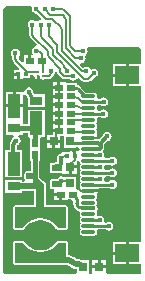
<source format=gbl>
G04*
G04 #@! TF.GenerationSoftware,Altium Limited,Altium Designer,21.6.1 (37)*
G04*
G04 Layer_Physical_Order=2*
G04 Layer_Color=16711680*
%FSLAX24Y24*%
%MOIN*%
G70*
G04*
G04 #@! TF.SameCoordinates,37154726-0036-40AC-91F7-CF04DCFBAF74*
G04*
G04*
G04 #@! TF.FilePolarity,Positive*
G04*
G01*
G75*
%ADD10C,0.0118*%
%ADD11C,0.0197*%
%ADD12C,0.0098*%
%ADD13C,0.0079*%
%ADD14C,0.0138*%
%ADD15C,0.0138*%
%ADD16R,0.0300X0.0300*%
%ADD17R,0.0250X0.0200*%
%ADD18R,0.0433X0.0315*%
%ADD19R,0.0433X0.0787*%
G04:AMPARAMS|DCode=20|XSize=21.7mil|YSize=35.4mil|CornerRadius=2.7mil|HoleSize=0mil|Usage=FLASHONLY|Rotation=90.000|XOffset=0mil|YOffset=0mil|HoleType=Round|Shape=RoundedRectangle|*
%AMROUNDEDRECTD20*
21,1,0.0217,0.0300,0,0,90.0*
21,1,0.0162,0.0354,0,0,90.0*
1,1,0.0054,0.0150,0.0081*
1,1,0.0054,0.0150,-0.0081*
1,1,0.0054,-0.0150,-0.0081*
1,1,0.0054,-0.0150,0.0081*
%
%ADD20ROUNDEDRECTD20*%
%ADD21R,0.0300X0.0300*%
%ADD22R,0.0157X0.0138*%
%ADD23R,0.0200X0.0250*%
%ADD24C,0.0091*%
G04:AMPARAMS|DCode=25|XSize=11.8mil|YSize=45.3mil|CornerRadius=3mil|HoleSize=0mil|Usage=FLASHONLY|Rotation=90.000|XOffset=0mil|YOffset=0mil|HoleType=Round|Shape=RoundedRectangle|*
%AMROUNDEDRECTD25*
21,1,0.0118,0.0394,0,0,90.0*
21,1,0.0059,0.0453,0,0,90.0*
1,1,0.0059,0.0197,0.0030*
1,1,0.0059,0.0197,-0.0030*
1,1,0.0059,-0.0197,-0.0030*
1,1,0.0059,-0.0197,0.0030*
%
%ADD25ROUNDEDRECTD25*%
G04:AMPARAMS|DCode=26|XSize=11.8mil|YSize=49.2mil|CornerRadius=3mil|HoleSize=0mil|Usage=FLASHONLY|Rotation=90.000|XOffset=0mil|YOffset=0mil|HoleType=Round|Shape=RoundedRectangle|*
%AMROUNDEDRECTD26*
21,1,0.0118,0.0433,0,0,90.0*
21,1,0.0059,0.0492,0,0,90.0*
1,1,0.0059,0.0217,0.0030*
1,1,0.0059,0.0217,-0.0030*
1,1,0.0059,-0.0217,-0.0030*
1,1,0.0059,-0.0217,0.0030*
%
%ADD26ROUNDEDRECTD26*%
%ADD27R,0.0787X0.0591*%
%ADD28R,0.0197X0.0197*%
%ADD29C,0.0157*%
%ADD30C,0.0049*%
%ADD31C,0.0177*%
%ADD32C,0.0276*%
%ADD33C,0.0177*%
G36*
X1116Y8640D02*
X1155Y8577D01*
X1149Y8543D01*
X1160Y8486D01*
X1193Y8437D01*
X1242Y8404D01*
X1299Y8393D01*
X1306Y8394D01*
X1459Y8242D01*
X1445Y8203D01*
X1431Y8181D01*
X1379Y8171D01*
X1340Y8144D01*
X1309Y8138D01*
X1289D01*
X1259Y8144D01*
X1219Y8171D01*
X1161Y8182D01*
X1104Y8171D01*
X1055Y8138D01*
X1022Y8089D01*
X1011Y8031D01*
X1022Y7974D01*
X1055Y7925D01*
X1064Y7919D01*
Y7686D01*
X1064Y7685D01*
X1063Y7685D01*
X1077Y7618D01*
X1116Y7559D01*
X1117Y7560D01*
X1311Y7366D01*
X1297Y7327D01*
X1283Y7305D01*
X1232Y7295D01*
X1183Y7262D01*
X1150Y7213D01*
X1139Y7156D01*
X1150Y7098D01*
X1174Y7063D01*
X1158Y7015D01*
X1146Y7000D01*
X1131D01*
Y6821D01*
X1031D01*
Y7000D01*
X877D01*
Y6798D01*
X819Y6774D01*
X703Y6890D01*
X701Y6895D01*
Y6976D01*
X707Y6980D01*
X739Y7029D01*
X751Y7087D01*
X739Y7144D01*
X707Y7193D01*
X658Y7226D01*
X600Y7237D01*
X543Y7226D01*
X494Y7193D01*
X461Y7144D01*
X450Y7087D01*
X461Y7029D01*
X494Y6980D01*
X500Y6976D01*
Y6883D01*
X498D01*
X512Y6814D01*
X551Y6755D01*
X553Y6756D01*
X725Y6584D01*
X701Y6526D01*
X541D01*
Y6428D01*
X699D01*
Y6378D01*
X749D01*
Y6230D01*
X856D01*
Y6250D01*
X1083D01*
Y6356D01*
X1177D01*
X1230Y6299D01*
X1240Y6251D01*
X1267Y6210D01*
X1307Y6183D01*
Y6299D01*
X1407D01*
Y6183D01*
X1446Y6210D01*
X1450Y6216D01*
X1473Y6201D01*
X1514Y6193D01*
X1544Y6199D01*
X1670D01*
Y6197D01*
X1739Y6211D01*
X1798Y6250D01*
X1798Y6250D01*
X1814Y6267D01*
X1830Y6283D01*
X1830Y6283D01*
X1870Y6341D01*
X1876Y6372D01*
X1888Y6380D01*
X1921Y6429D01*
X1924Y6444D01*
X1988D01*
X1998Y6391D01*
X2038Y6332D01*
X2038Y6332D01*
X2040Y6332D01*
X2111Y6261D01*
X2111Y6261D01*
X2110Y6260D01*
X2168Y6221D01*
X2237Y6207D01*
Y6209D01*
X2409D01*
X2413Y6203D01*
X2462Y6170D01*
X2520Y6159D01*
X2577Y6170D01*
X2626Y6203D01*
X2640Y6223D01*
X2715Y6237D01*
X2770Y6182D01*
X2769Y6181D01*
X2828Y6142D01*
X2897Y6128D01*
Y6130D01*
X3031D01*
X3070Y6138D01*
X3102Y6159D01*
X3201Y6258D01*
X3209Y6257D01*
X3266Y6268D01*
X3315Y6301D01*
X3348Y6350D01*
X3359Y6407D01*
X3348Y6465D01*
X3315Y6514D01*
X3266Y6547D01*
X3209Y6558D01*
X3151Y6547D01*
X3111Y6520D01*
X3102Y6524D01*
X3069Y6573D01*
X3020Y6606D01*
X2963Y6617D01*
X2905Y6606D01*
X2865Y6579D01*
X2784Y6659D01*
X2784Y6659D01*
X2752Y6692D01*
X2783Y6750D01*
X2785Y6749D01*
X2843Y6761D01*
X2892Y6793D01*
X2925Y6842D01*
X2936Y6900D01*
X2925Y6957D01*
X2943Y7017D01*
X2961Y7029D01*
X2993Y7078D01*
X3005Y7136D01*
X2993Y7193D01*
X2983Y7209D01*
X3017Y7272D01*
X4719D01*
X4755Y7257D01*
X4782Y7230D01*
X4797Y7194D01*
Y6774D01*
X4793Y6713D01*
X4734Y6713D01*
X4371D01*
Y6339D01*
Y5965D01*
X4734D01*
X4793Y5965D01*
X4797Y5903D01*
Y849D01*
X4793Y787D01*
X4734Y787D01*
X4371D01*
Y413D01*
Y39D01*
X4734D01*
X4793Y39D01*
X4797Y-22D01*
Y-220D01*
X4782Y-256D01*
X4755Y-283D01*
X4726Y-295D01*
X4717Y-294D01*
X4711Y-295D01*
X4705Y-293D01*
X3677D01*
X3624Y-268D01*
X3624Y-230D01*
Y-89D01*
X3396D01*
X3167D01*
Y-230D01*
X3167Y-268D01*
X3114Y-293D01*
X3098D01*
X3055Y-248D01*
X3055Y-230D01*
Y170D01*
X2850D01*
X2806Y188D01*
X2714Y200D01*
X2714Y200D01*
X2694D01*
X2635Y210D01*
X2635Y210D01*
X2561Y267D01*
X2539Y276D01*
X2535Y279D01*
X2525Y285D01*
X2484Y305D01*
X2446Y326D01*
X2443Y327D01*
X2438Y330D01*
X2427Y332D01*
X2411Y335D01*
X2385Y342D01*
X2338Y383D01*
Y761D01*
X2319Y806D01*
X2274Y825D01*
X2023Y825D01*
X2018Y823D01*
X2013Y824D01*
X2004Y819D01*
X1994Y818D01*
X1987Y810D01*
X1978Y806D01*
X1976Y801D01*
X1971Y799D01*
X1939Y755D01*
X1866Y677D01*
X1783Y614D01*
X1690Y564D01*
X1590Y530D01*
X1487Y513D01*
X1381Y513D01*
X1278Y530D01*
X1178Y564D01*
X1085Y614D01*
X1002Y677D01*
X929Y755D01*
X897Y799D01*
X893Y801D01*
X891Y806D01*
X872Y814D01*
X855Y824D01*
X850Y823D01*
X845Y825D01*
X591Y825D01*
X545Y806D01*
X527Y761D01*
Y73D01*
X545Y28D01*
X591Y9D01*
X2274D01*
X2303Y21D01*
X2334D01*
X2341Y18D01*
X2344Y16D01*
X2354Y9D01*
X2355Y9D01*
X2395Y-11D01*
X2396Y-11D01*
X2408Y-17D01*
X2409Y-18D01*
X2482Y-73D01*
X2568Y-109D01*
X2637Y-118D01*
Y-230D01*
X2637Y-248D01*
X2593Y-293D01*
X276D01*
X241Y-279D01*
X213Y-252D01*
X199Y-216D01*
Y-197D01*
Y8543D01*
Y8562D01*
X213Y8598D01*
X241Y8625D01*
X276Y8640D01*
X295D01*
X1116D01*
D02*
G37*
G36*
X845Y761D02*
X879Y714D01*
X959Y630D01*
X1050Y560D01*
X1153Y505D01*
X1262Y468D01*
X1376Y449D01*
X1492Y449D01*
X1606Y468D01*
X1716Y505D01*
X1818Y560D01*
X1909Y630D01*
X1989Y714D01*
X2023Y761D01*
X2023Y761D01*
X2274Y761D01*
Y73D01*
X591D01*
Y761D01*
X845Y761D01*
D02*
G37*
%LPC*%
G36*
X4271Y6713D02*
X3848D01*
Y6389D01*
X4271D01*
Y6713D01*
D02*
G37*
G36*
X649Y6328D02*
X541D01*
Y6230D01*
X649D01*
Y6328D01*
D02*
G37*
G36*
X1997Y6104D02*
X1843D01*
Y5975D01*
X1997D01*
Y6104D01*
D02*
G37*
G36*
X4271Y6289D02*
X3848D01*
Y5965D01*
X4271D01*
Y6289D01*
D02*
G37*
G36*
X515Y5792D02*
X270D01*
Y5369D01*
X515D01*
Y5792D01*
D02*
G37*
G36*
X2251Y6104D02*
Y6104D01*
X2097D01*
Y5925D01*
X2047D01*
Y5875D01*
X1843D01*
Y5746D01*
Y5688D01*
X2047D01*
Y5588D01*
X1843D01*
Y5459D01*
Y5400D01*
X2047D01*
Y5300D01*
X1843D01*
Y5172D01*
Y5113D01*
X2047D01*
Y5013D01*
X1843D01*
Y4884D01*
Y4826D01*
X2047D01*
Y4726D01*
X1843D01*
Y4597D01*
Y4538D01*
X2047D01*
Y4438D01*
X1843D01*
Y4363D01*
X1641D01*
Y4184D01*
X2099D01*
Y4309D01*
X2202D01*
X2211Y4309D01*
X2211Y4296D01*
Y3925D01*
X2629D01*
Y3955D01*
X2696D01*
X2744Y3898D01*
Y3865D01*
X2734Y3834D01*
X2686Y3809D01*
X2619D01*
Y3661D01*
X2519D01*
Y3809D01*
X2411D01*
Y3789D01*
X2185D01*
Y3789D01*
X2132Y3737D01*
X2074Y3726D01*
X2025Y3693D01*
X1993Y3645D01*
X1981Y3587D01*
X1993Y3529D01*
X1996Y3525D01*
Y3513D01*
X1978Y3457D01*
X1959D01*
X1909Y3447D01*
X1878Y3427D01*
X1828D01*
X1795Y3420D01*
X1766Y3401D01*
X1747Y3373D01*
X1740Y3339D01*
Y3177D01*
X1747Y3143D01*
X1766Y3115D01*
X1795Y3096D01*
X1828Y3089D01*
X2128D01*
X2130Y3089D01*
X2193Y3057D01*
Y3057D01*
X2371D01*
Y3286D01*
X2421D01*
Y3336D01*
X2650D01*
Y3466D01*
X2671Y3480D01*
X2738Y3460D01*
X2744Y3454D01*
Y3445D01*
X2751Y3410D01*
X2771Y3381D01*
Y3371D01*
X2751Y3342D01*
X2744Y3307D01*
Y3248D01*
X2751Y3213D01*
X2771Y3184D01*
Y3174D01*
X2751Y3145D01*
X2744Y3110D01*
Y3051D01*
X2751Y3017D01*
X2771Y2987D01*
Y2977D01*
X2751Y2948D01*
X2744Y2913D01*
Y2854D01*
X2751Y2820D01*
X2771Y2790D01*
Y2780D01*
X2751Y2751D01*
X2744Y2717D01*
Y2657D01*
X2751Y2623D01*
X2759Y2611D01*
X2757Y2598D01*
X2733Y2562D01*
X2688Y2523D01*
X2630Y2537D01*
X2630Y2586D01*
Y2945D01*
X2212D01*
X2212Y2945D01*
X2184Y2957D01*
X2173Y2964D01*
X2115Y2975D01*
X2058Y2964D01*
X2009Y2931D01*
X1976Y2882D01*
X1975Y2876D01*
X1828D01*
X1795Y2869D01*
X1766Y2850D01*
X1747Y2822D01*
X1740Y2788D01*
Y2625D01*
X1747Y2592D01*
X1766Y2563D01*
X1795Y2544D01*
X1828Y2538D01*
X1897D01*
Y2414D01*
X2101D01*
Y2364D01*
X2151D01*
Y2185D01*
X2304D01*
X2359Y2205D01*
X2464D01*
X2527Y2142D01*
Y2131D01*
X2527Y2068D01*
X2527Y2067D01*
X2537Y1995D01*
X2564Y1928D01*
X2609Y1870D01*
X2666Y1826D01*
X2704Y1810D01*
X2736Y1781D01*
X2745Y1733D01*
X2744Y1732D01*
Y1673D01*
X2751Y1639D01*
X2771Y1609D01*
Y1599D01*
X2751Y1570D01*
X2744Y1535D01*
Y1476D01*
X2751Y1442D01*
X2771Y1413D01*
Y1402D01*
X2751Y1373D01*
X2744Y1339D01*
Y1280D01*
X2751Y1245D01*
X2771Y1216D01*
Y1206D01*
X2751Y1176D01*
X2744Y1142D01*
Y1083D01*
X2751Y1048D01*
X2771Y1019D01*
X2800Y999D01*
X2835Y992D01*
X3228D01*
X3263Y999D01*
X3292Y1019D01*
X3312Y1048D01*
X3319Y1083D01*
Y1142D01*
X3367Y1199D01*
X3610D01*
X3653Y1170D01*
X3711Y1159D01*
X3768Y1170D01*
X3817Y1203D01*
X3850Y1251D01*
X3861Y1309D01*
X3850Y1367D01*
X3817Y1415D01*
X3768Y1448D01*
X3711Y1460D01*
X3653Y1448D01*
X3610Y1419D01*
X3595D01*
X3551Y1482D01*
X3556Y1506D01*
X3545Y1564D01*
X3512Y1612D01*
X3463Y1645D01*
X3406Y1656D01*
X3378Y1651D01*
X3364Y1656D01*
X3322Y1693D01*
X3319Y1699D01*
Y1732D01*
X3312Y1767D01*
X3294Y1794D01*
X3312Y1806D01*
X3331Y1836D01*
X3338Y1870D01*
Y1929D01*
X3331Y1964D01*
X3312Y1993D01*
X3294Y2005D01*
X3312Y2032D01*
X3319Y2067D01*
Y2126D01*
X3312Y2161D01*
X3292Y2190D01*
Y2200D01*
X3312Y2229D01*
X3319Y2264D01*
Y2323D01*
X3312Y2357D01*
X3304Y2369D01*
X3306Y2383D01*
X3330Y2418D01*
X3335Y2440D01*
X3031D01*
Y2540D01*
X3357D01*
X3391Y2577D01*
X3743D01*
X3771Y2558D01*
X3829Y2546D01*
X3886Y2558D01*
X3935Y2590D01*
X3968Y2639D01*
X3979Y2697D01*
X3968Y2754D01*
X3935Y2803D01*
X3886Y2836D01*
X3829Y2847D01*
X3771Y2836D01*
X3722Y2803D01*
X3718Y2797D01*
X3605D01*
X3561Y2860D01*
X3566Y2884D01*
X3561Y2907D01*
X3605Y2970D01*
X3743D01*
X3771Y2951D01*
X3829Y2940D01*
X3886Y2951D01*
X3935Y2984D01*
X3968Y3033D01*
X3979Y3091D01*
X3968Y3148D01*
X3935Y3197D01*
X3886Y3230D01*
X3829Y3241D01*
X3771Y3230D01*
X3722Y3197D01*
X3718Y3191D01*
X3605D01*
X3561Y3254D01*
X3566Y3278D01*
X3561Y3301D01*
X3605Y3364D01*
X3728D01*
X3771Y3335D01*
X3829Y3324D01*
X3886Y3335D01*
X3935Y3368D01*
X3968Y3417D01*
X3979Y3474D01*
X3968Y3532D01*
X3935Y3581D01*
X3886Y3613D01*
X3829Y3625D01*
X3771Y3613D01*
X3728Y3585D01*
X3595D01*
X3551Y3648D01*
X3556Y3671D01*
X3545Y3729D01*
X3519Y3768D01*
X3526Y3828D01*
X3552Y3867D01*
X3562Y3914D01*
Y4041D01*
X3676Y4156D01*
X3709Y4162D01*
X3758Y4195D01*
X3791Y4244D01*
X3802Y4301D01*
X3791Y4359D01*
X3758Y4408D01*
X3709Y4440D01*
X3652Y4452D01*
X3594Y4440D01*
X3545Y4408D01*
X3512Y4359D01*
X3506Y4326D01*
X3400Y4220D01*
X3376Y4225D01*
X3339Y4248D01*
Y4291D01*
X3330Y4334D01*
X3306Y4369D01*
X3304Y4383D01*
X3312Y4395D01*
X3319Y4429D01*
Y4488D01*
X3312Y4523D01*
X3292Y4552D01*
Y4562D01*
X3312Y4591D01*
X3319Y4626D01*
Y4685D01*
X3312Y4720D01*
X3292Y4749D01*
Y4759D01*
X3312Y4788D01*
X3319Y4823D01*
Y4882D01*
X3367Y4939D01*
X3433D01*
X3476Y4910D01*
X3533Y4899D01*
X3591Y4910D01*
X3640Y4943D01*
X3673Y4992D01*
X3684Y5049D01*
X3673Y5107D01*
X3640Y5156D01*
X3591Y5188D01*
X3533Y5200D01*
X3476Y5188D01*
X3433Y5160D01*
X3367D01*
X3319Y5217D01*
Y5276D01*
X3367Y5333D01*
X3452D01*
X3482Y5312D01*
X3540Y5301D01*
X3598Y5312D01*
X3646Y5345D01*
X3679Y5394D01*
X3690Y5451D01*
X3679Y5509D01*
X3646Y5558D01*
X3598Y5590D01*
X3540Y5602D01*
X3482Y5590D01*
X3433Y5558D01*
X3431Y5553D01*
X3367D01*
X3319Y5610D01*
Y5669D01*
X3312Y5704D01*
X3292Y5733D01*
X3263Y5753D01*
X3228Y5760D01*
X2959D01*
X2799Y5920D01*
X2757Y5965D01*
X2756Y5966D01*
X2688Y6012D01*
X2635Y6022D01*
Y6084D01*
X2306D01*
X2251Y6104D01*
X2251Y6104D01*
D02*
G37*
G36*
X1043Y5938D02*
X986Y5926D01*
X937Y5894D01*
X904Y5845D01*
X903Y5837D01*
X861Y5792D01*
X833Y5792D01*
X615D01*
Y5369D01*
X861D01*
Y5682D01*
X924Y5701D01*
X937Y5681D01*
X952Y5671D01*
X995Y5631D01*
X1012Y5586D01*
X1022Y5570D01*
Y5276D01*
X1573D01*
Y5709D01*
X1230D01*
X1189Y5766D01*
X1194Y5787D01*
X1182Y5845D01*
X1150Y5894D01*
X1101Y5926D01*
X1043Y5938D01*
D02*
G37*
G36*
X2099Y4084D02*
X1920D01*
Y3905D01*
X2099D01*
Y4084D01*
D02*
G37*
G36*
X1820D02*
X1641D01*
Y3905D01*
X1820D01*
Y4084D01*
D02*
G37*
G36*
X2650Y3236D02*
X2471D01*
Y3057D01*
X2650D01*
Y3236D01*
D02*
G37*
G36*
X861Y5269D02*
X565D01*
X270D01*
Y4847D01*
X280D01*
X290Y4788D01*
X290Y4784D01*
Y4355D01*
X527D01*
X546Y4292D01*
X514Y4270D01*
X481Y4221D01*
X478Y4205D01*
X437Y4152D01*
X410Y4087D01*
X402Y4021D01*
X401Y4018D01*
Y3839D01*
X266D01*
Y2933D01*
X817D01*
Y3839D01*
X662D01*
Y4016D01*
X664Y4018D01*
X678Y4024D01*
X727Y4057D01*
X759Y4106D01*
X771Y4163D01*
X759Y4221D01*
X727Y4270D01*
X694Y4292D01*
X713Y4355D01*
X841D01*
Y4421D01*
X1022D01*
Y4292D01*
X1042D01*
X1091Y4259D01*
X1091Y3873D01*
X1091Y3828D01*
Y3487D01*
X1091D01*
X1110Y3470D01*
Y3151D01*
X982D01*
X948Y3145D01*
X920Y3126D01*
X901Y3097D01*
X894Y3063D01*
Y2901D01*
X901Y2867D01*
X905Y2861D01*
X876Y2798D01*
X817D01*
Y2854D01*
X266D01*
Y2421D01*
X817D01*
Y2477D01*
X1231D01*
Y2006D01*
X581D01*
X536Y1988D01*
X517Y1943D01*
X517Y1257D01*
X536Y1212D01*
X581Y1193D01*
X842Y1193D01*
X842Y1193D01*
X846Y1195D01*
X851Y1194D01*
X868Y1204D01*
X887Y1212D01*
X889Y1216D01*
X893Y1219D01*
X925Y1262D01*
X998Y1339D01*
X1081Y1403D01*
X1174Y1452D01*
X1273Y1485D01*
X1376Y1502D01*
X1481D01*
X1585Y1485D01*
X1684Y1452D01*
X1776Y1403D01*
X1860Y1339D01*
X1933Y1262D01*
X1965Y1219D01*
X1969Y1216D01*
X1971Y1212D01*
X1989Y1204D01*
X2006Y1194D01*
X2011Y1195D01*
X2016Y1193D01*
X2274D01*
X2319Y1212D01*
X2338Y1257D01*
X2338Y1943D01*
X2319Y1988D01*
X2274Y2006D01*
X1632D01*
Y2638D01*
X1617Y2715D01*
X1574Y2780D01*
X1539Y2803D01*
X1531Y2821D01*
X1390Y2962D01*
Y3487D01*
X1409D01*
X1409Y3873D01*
X1409Y3918D01*
Y4259D01*
X1458Y4292D01*
X1573D01*
Y5197D01*
X1022D01*
Y4722D01*
X843D01*
X841Y4785D01*
X841Y4788D01*
X851Y4847D01*
X861D01*
Y5269D01*
D02*
G37*
G36*
X2051Y2314D02*
X1897D01*
Y2185D01*
X2051D01*
Y2314D01*
D02*
G37*
G36*
X4271Y787D02*
X3848D01*
Y463D01*
X4271D01*
Y787D01*
D02*
G37*
G36*
Y363D02*
X3848D01*
Y39D01*
X4271D01*
Y363D01*
D02*
G37*
G36*
X3624Y189D02*
X3446D01*
Y11D01*
X3624D01*
Y189D01*
D02*
G37*
G36*
X3346D02*
X3167D01*
Y11D01*
X3346D01*
Y189D01*
D02*
G37*
%LPD*%
G36*
X1486Y2776D02*
Y2756D01*
X1368D01*
X1250Y2638D01*
X1299Y2963D01*
X1486Y2776D01*
D02*
G37*
G36*
X2274Y1257D02*
X2016D01*
X1982Y1303D01*
X1903Y1387D01*
X1811Y1457D01*
X1709Y1511D01*
X1600Y1548D01*
X1486Y1566D01*
X1371D01*
X1258Y1548D01*
X1148Y1511D01*
X1047Y1457D01*
X955Y1387D01*
X876Y1303D01*
X842Y1257D01*
Y1257D01*
X581Y1257D01*
X581Y1943D01*
X2274D01*
X2274Y1257D01*
D02*
G37*
D10*
X3435Y4035D02*
G03*
X3357Y4065I-78J-89D01*
G01*
X3320Y3878D02*
X3406D01*
X3310Y3868D02*
X3320Y3878D01*
X3031Y3868D02*
X3310D01*
X3406Y3878D02*
X3441Y3914D01*
Y4091D01*
X3357Y4065D02*
X3357D01*
X3031D02*
X3357D01*
X3441Y4091D02*
X3652Y4301D01*
D11*
X2841Y-7D02*
G03*
X2714Y39I-127J-150D01*
G01*
X2377Y182D02*
G03*
X2419Y157I121J155D01*
G01*
X2521Y97D02*
G03*
X2660Y39I139J140D01*
G01*
X1634Y269D02*
G03*
X1487Y236I-34J-194D01*
G01*
X2521Y97D02*
G03*
X2460Y138I-139J-139D01*
G01*
X2841Y-7D02*
X2844Y-10D01*
X2419Y157D02*
X2460Y138D01*
X2377Y182D02*
X2377Y182D01*
X2660Y39D02*
X2714D01*
X600Y2638D02*
X1250D01*
X1354Y2638D01*
X1427Y2638D01*
X1432Y197D02*
X1487Y236D01*
X1634Y269D02*
X2146Y182D01*
X2844Y-10D02*
X2844Y-10D01*
X2146Y182D02*
X2377D01*
D12*
X2461Y4094D02*
G03*
X2531Y4065I70J70D01*
G01*
X2895Y5668D02*
G03*
X2964Y5640I69J70D01*
G01*
X2677Y5886D02*
G03*
X2606Y5915I-70J-69D01*
G01*
X2470Y5925D02*
G03*
X2513Y5915I43J89D01*
G01*
X2638Y2068D02*
G03*
X2805Y1900I167J-1D01*
G01*
X2638Y2215D02*
G03*
X2609Y2284I-98J0D01*
G01*
X3500Y5443D02*
G03*
X3540Y5451I0J98D01*
G01*
X1068Y5759D02*
G03*
X1079Y5714I98J1D01*
G01*
X1112Y5636D02*
G03*
X1137Y5597I94J30D01*
G01*
X1103Y5665D02*
G03*
X1096Y5682I-94J-30D01*
G01*
X2531Y4065D02*
X2689Y4065D01*
X2531Y4065D02*
X2531D01*
X2441Y4114D02*
X2461Y4094D01*
X2964Y5640D02*
X3031D01*
X2895Y5668D02*
X2895Y5668D01*
X2513Y5915D02*
X2606D01*
X2677Y5886D02*
X2895Y5668D01*
X2470Y5925D02*
X2470Y5925D01*
X3031Y3081D02*
X3829D01*
X3031Y5443D02*
X3500D01*
X2689Y4065D02*
X3031D01*
X3406Y1506D02*
X3406Y1506D01*
X3031Y1506D02*
X3406D01*
X1290Y4737D02*
X1298Y4745D01*
X1290Y4737D02*
X1290Y4737D01*
X1124Y4571D02*
X1290Y4737D01*
X2638Y2068D02*
Y2215D01*
X3031Y1900D02*
X3031Y1900D01*
X2805Y1900D02*
X3031Y1900D01*
X2529Y2364D02*
X2609Y2284D01*
X3031Y1309D02*
X3711D01*
X3031Y2687D02*
X3829D01*
X3540Y5451D02*
X3543Y5453D01*
X1079Y5714D02*
X1096Y5682D01*
X1103Y5665D02*
X1112Y5636D01*
X1068Y5759D02*
Y5763D01*
X1137Y5597D02*
X1241Y5493D01*
X1298D01*
X3543Y5453D02*
X3543Y5453D01*
X3031Y2884D02*
X3415D01*
X3031Y3671D02*
X3406D01*
X3031Y3278D02*
X3415D01*
X3031Y3474D02*
X3819D01*
X3031Y5049D02*
X3533D01*
X1043Y5787D02*
X1068Y5763D01*
X2504Y2364D02*
X2529D01*
D13*
X1758Y6355D02*
G03*
X1781Y6411I-56J56D01*
G01*
X1670Y6299D02*
G03*
X1726Y6322I0J79D01*
G01*
X1854Y8195D02*
G03*
X1798Y8219I-56J-55D01*
G01*
X2136Y7881D02*
G03*
X2113Y7937I-79J0D01*
G01*
X1841Y7192D02*
G03*
X1817Y7247I-79J0D01*
G01*
X1841Y7080D02*
G03*
X1864Y7024I79J0D01*
G01*
X1978Y7149D02*
G03*
X2001Y7093I79J0D01*
G01*
X1978Y7339D02*
G03*
X1955Y7395I-79J0D01*
G01*
X2585Y6923D02*
G03*
X2641Y6900I56J56D01*
G01*
X2283Y7257D02*
G03*
X2307Y7201I79J0D01*
G01*
X2283Y8185D02*
G03*
X2261Y8241I-79J0D01*
G01*
X2136Y7198D02*
G03*
X2159Y7142I79J0D01*
G01*
X2224Y6631D02*
G03*
X2201Y6687I-79J-0D01*
G01*
X2169Y8333D02*
G03*
X2113Y8356I-56J-55D01*
G01*
X2841Y6253D02*
G03*
X2897Y6230I56J56D01*
G01*
X2224Y6625D02*
G03*
X2247Y6569I79J0D01*
G01*
X1456Y7642D02*
G03*
X1479Y7586I79J0D01*
G01*
X1693Y7094D02*
G03*
X1670Y7149I-79J-0D01*
G01*
X2087Y6543D02*
G03*
X2063Y6598I-79J-0D01*
G01*
X1165Y7686D02*
G03*
X1188Y7631I79J1D01*
G01*
X2208Y8520D02*
G03*
X2152Y8543I-56J-55D01*
G01*
X2431Y8265D02*
G03*
X2408Y8321I-79J0D01*
G01*
X2772Y5476D02*
G03*
X2828Y5453I56J56D01*
G01*
X2465Y5623D02*
G03*
X2521Y5600I56J56D01*
G01*
X2671Y5577D02*
G03*
X2615Y5600I-56J-56D01*
G01*
X2490Y4783D02*
G03*
X2536Y4806I-10J78D01*
G01*
X2615Y4852D02*
G03*
X2559Y4829I1J-79D01*
G01*
X1693Y7001D02*
G03*
X1716Y6945I79J1D01*
G01*
X2182Y6332D02*
G03*
X2237Y6309I56J56D01*
G01*
X2539Y5320D02*
G03*
X2588Y5304I49J62D01*
G01*
X2732Y5280D02*
G03*
X2675Y5304I-56J-55D01*
G01*
X2743Y5269D02*
G03*
X2798Y5246I56J56D01*
G01*
X2047Y4488D02*
G03*
X2063Y4536I-63J47D01*
G01*
X2523Y3816D02*
G03*
X2467Y3839I-56J-56D01*
G01*
X1872Y3917D02*
G03*
X1951Y3839I79J0D01*
G01*
X2431Y7336D02*
G03*
X2454Y7280I79J0D01*
G01*
X2575Y7159D02*
G03*
X2631Y7136I56J56D01*
G01*
X2087Y6460D02*
G03*
X2110Y6404I79J0D01*
G01*
X945Y6473D02*
G03*
X922Y6529I-79J0D01*
G01*
X600Y6883D02*
G03*
X623Y6827I79J0D01*
G01*
X1485Y7025D02*
G03*
X1459Y7098I-118J-0D01*
G01*
X1459Y7098D02*
G03*
X1340Y7156I-119J-96D01*
G01*
X3484Y4400D02*
Y4665D01*
X3327Y4242D02*
X3484Y4400D01*
X3051Y4242D02*
X3327D01*
X3031Y4262D02*
X3051Y4242D01*
X2461Y3278D02*
X2677D01*
X2687Y3287D01*
Y2598D02*
Y3287D01*
Y2598D02*
X2795Y2490D01*
X3031D01*
X1758Y6355D02*
X1758Y6355D01*
X1726Y6322D02*
X1758Y6355D01*
X1514Y6299D02*
X1670D01*
X1870Y2746D02*
X2020D01*
X2115Y2825D02*
X2421D01*
X2020Y2746D02*
X2099Y2825D01*
X2115D01*
X2126Y3583D02*
X2154D01*
X2136Y7198D02*
Y7881D01*
X1624Y8219D02*
X1798D01*
X1854Y8195D02*
X2113Y7937D01*
X1864Y7024D02*
X2185Y6703D01*
X1479Y7586D02*
X1817Y7247D01*
X1841Y7080D02*
Y7192D01*
X1713Y7638D02*
X1955Y7395D01*
X2001Y7093D02*
X2841Y6253D01*
X1978Y7149D02*
Y7339D01*
X1713Y7638D02*
Y8031D01*
X2159Y7142D02*
X2713Y6588D01*
X1762Y8356D02*
X2113D01*
X2307Y7201D02*
X2585Y6923D01*
X2713Y6588D02*
X2825Y6476D01*
X2307Y7201D02*
X2307Y7201D01*
X2169Y8333D02*
X2260Y8242D01*
X2283Y8185D02*
X2283Y7257D01*
X2224Y6631D02*
X2224Y6631D01*
Y6625D02*
Y6631D01*
X2897Y6230D02*
X3031D01*
X1456Y7642D02*
Y8013D01*
X2247Y6569D02*
X2313Y6504D01*
X1693Y7094D02*
X1693Y7093D01*
Y7001D02*
Y7093D01*
X1188Y7631D02*
X1670Y7149D01*
X1165Y7686D02*
Y8028D01*
X2431Y7336D02*
Y8265D01*
X1850Y8543D02*
X2152D01*
X2208Y8520D02*
X2408Y8321D01*
X2828Y5453D02*
X2943D01*
X2828Y5453D02*
Y5453D01*
X2521Y5600D02*
X2615D01*
X2671Y5577D02*
X2772Y5476D01*
X2451Y5638D02*
X2465Y5623D01*
X2615Y4852D02*
X2615Y4852D01*
X3031D01*
X2490Y4783D02*
X2490D01*
X2536Y4806D02*
X2559Y4829D01*
X2825Y6476D02*
X2972D01*
X3031Y6230D02*
X3209Y6407D01*
X2237Y6309D02*
X2546D01*
X1716Y6945D02*
X2063Y6598D01*
X2087Y6460D02*
Y6542D01*
X2087Y6543D02*
X2087Y6542D01*
X2110Y6404D02*
X2182Y6332D01*
X2732Y5280D02*
X2743Y5269D01*
X2539Y5320D02*
X2539Y5320D01*
X2588Y5304D02*
X2675D01*
X2798Y5246D02*
X3031D01*
X2490Y5049D02*
X3031D01*
X2480Y5059D02*
X2490Y5049D01*
X2569Y3522D02*
Y3770D01*
X2047Y4488D02*
X2047Y4488D01*
X1872Y3917D02*
Y4134D01*
X1959Y4222D02*
Y4488D01*
X1870Y4134D02*
X1959Y4222D01*
X2461Y4459D02*
X3031D01*
X2451Y4449D02*
X2461Y4459D01*
X2523Y3816D02*
X2569Y3770D01*
X1951Y3839D02*
X2467D01*
X2293Y3632D02*
X2323Y3661D01*
X2106Y3583D02*
X2126D01*
X2203Y3632D02*
X2293D01*
X2154Y3583D02*
X2203Y3632D01*
X2421Y3375D02*
X2569Y3522D01*
X2063Y4536D02*
Y5863D01*
X2454Y7280D02*
X2575Y7159D01*
X2260Y8242D02*
X2261Y8241D01*
X2631Y7136D02*
X2854D01*
X2631Y7136D02*
Y7136D01*
X2641Y6900D02*
X2785Y6900D01*
X2313Y6496D02*
Y6504D01*
X1437Y8031D02*
X1456Y8013D01*
X1161Y8031D02*
X1165Y8028D01*
X623Y6827D02*
X922Y6529D01*
X600Y6883D02*
Y7087D01*
X945Y6457D02*
Y6473D01*
Y6378D02*
X945Y6457D01*
X1357D01*
X1485Y7025D02*
X1485Y7024D01*
X1459Y7098D02*
X1459Y7098D01*
X1339Y7156D02*
X1340Y7156D01*
X1485Y7024D02*
X1485Y6821D01*
X1289Y7156D02*
X1339D01*
X1781Y6411D02*
Y6486D01*
X1575Y8543D02*
X1762Y8356D01*
X1299Y8543D02*
X1624Y8219D01*
X1514Y6457D02*
Y6791D01*
D14*
X2087Y3327D02*
G03*
X2126Y3423I-98J96D01*
G01*
X2086Y3326D02*
G03*
X2087Y3327I-97J97D01*
G01*
X572Y4115D02*
G03*
X531Y4018I97J-97D01*
G01*
X531Y3437D02*
G03*
X541Y3386I138J0D01*
G01*
X1290Y4737D02*
G03*
X1250Y4640I98J-97D01*
G01*
X2087Y3327D02*
X2087D01*
X1978Y3327D02*
X2087Y3327D01*
X1959Y3327D02*
X1978D01*
X2086Y3326D02*
X2087Y3327D01*
X2126Y3423D02*
Y3583D01*
X541Y3386D02*
X541Y3386D01*
X531Y3437D02*
X531Y4018D01*
X572Y4115D02*
X620Y4163D01*
D15*
X1290Y4737D02*
D03*
D16*
X3396Y-39D02*
D03*
X2846D02*
D03*
X1870Y4134D02*
D03*
X2420D02*
D03*
D17*
X2504Y2364D02*
D03*
X2101D02*
D03*
X1081Y6821D02*
D03*
X1485D02*
D03*
X2451Y4488D02*
D03*
X2047D02*
D03*
X2451Y4776D02*
D03*
X2047D02*
D03*
Y5063D02*
D03*
X2451D02*
D03*
Y5350D02*
D03*
X2047D02*
D03*
Y5638D02*
D03*
X2451D02*
D03*
Y5925D02*
D03*
X2047D02*
D03*
D18*
X541Y2638D02*
D03*
X565Y4571D02*
D03*
X1298Y5493D02*
D03*
D19*
X541Y3386D02*
D03*
X565Y5319D02*
D03*
X1298Y4745D02*
D03*
D20*
X1132Y2982D02*
D03*
X1978Y2707D02*
D03*
Y3258D02*
D03*
D21*
X2421Y2736D02*
D03*
Y3286D02*
D03*
D22*
X2569Y3661D02*
D03*
X2323D02*
D03*
X699Y6378D02*
D03*
X945D02*
D03*
D23*
X1250Y4075D02*
D03*
Y3671D02*
D03*
D24*
X1357Y6457D02*
D03*
Y6299D02*
D03*
X1514Y6457D02*
D03*
Y6299D02*
D03*
D25*
X3031Y3868D02*
D03*
Y4262D02*
D03*
Y4065D02*
D03*
Y5443D02*
D03*
Y5640D02*
D03*
Y5049D02*
D03*
Y5246D02*
D03*
Y4852D02*
D03*
Y4656D02*
D03*
Y4459D02*
D03*
Y2490D02*
D03*
Y2687D02*
D03*
Y2884D02*
D03*
Y3278D02*
D03*
Y3081D02*
D03*
Y3671D02*
D03*
Y3474D02*
D03*
Y2096D02*
D03*
Y2293D02*
D03*
Y1703D02*
D03*
Y1506D02*
D03*
Y1309D02*
D03*
Y1112D02*
D03*
D26*
Y1900D02*
D03*
D27*
X4321Y413D02*
D03*
Y6339D02*
D03*
D28*
X1432Y1811D02*
D03*
Y197D02*
D03*
D29*
X1250Y2930D02*
Y3470D01*
X1431Y2677D02*
X1437Y2677D01*
X1250Y2697D02*
Y2930D01*
X1250Y2929D02*
X1250Y2930D01*
Y3470D02*
X1250Y3671D01*
D30*
X3819Y3474D02*
X3829Y3484D01*
X3711Y1309D02*
X3711Y1309D01*
X3406Y3671D02*
X3406Y3671D01*
X3415Y3278D02*
X3415Y3278D01*
X3031Y5049D02*
X3031Y5049D01*
X1485Y6821D02*
X1514Y6791D01*
D31*
X1250Y4075D02*
Y4640D01*
X565Y4571D02*
X1124D01*
D32*
X1432Y1896D02*
Y2638D01*
D33*
X2785Y6900D02*
D03*
X3209Y6407D02*
D03*
X2520Y6309D02*
D03*
X1437Y2677D02*
D03*
X1230Y6073D02*
D03*
X3406Y1506D02*
D03*
X984Y2303D02*
D03*
X1821Y1004D02*
D03*
X1033D02*
D03*
X374Y6083D02*
D03*
X846Y6073D02*
D03*
X3524Y6693D02*
D03*
X3494Y4665D02*
D03*
X335Y6713D02*
D03*
X4429Y1959D02*
D03*
X4456Y1360D02*
D03*
X2377Y182D02*
D03*
X2146D02*
D03*
X3711Y1309D02*
D03*
X3652Y4301D02*
D03*
X2313Y6496D02*
D03*
X522Y7953D02*
D03*
X600Y7087D02*
D03*
X1713Y8031D02*
D03*
X1781Y6486D02*
D03*
X2963Y6467D02*
D03*
X1850Y8543D02*
D03*
X1437Y8031D02*
D03*
X2854Y7136D02*
D03*
X620Y4163D02*
D03*
X1575Y8543D02*
D03*
X2115Y2825D02*
D03*
X2132Y3587D02*
D03*
X1299Y8543D02*
D03*
X1161Y8031D02*
D03*
X1289Y7156D02*
D03*
X3829Y3474D02*
D03*
Y2697D02*
D03*
X3415Y2884D02*
D03*
X3829Y3091D02*
D03*
X3415Y3278D02*
D03*
X3406Y3671D02*
D03*
X3540Y5451D02*
D03*
X3533Y5049D02*
D03*
X1043Y5787D02*
D03*
M02*

</source>
